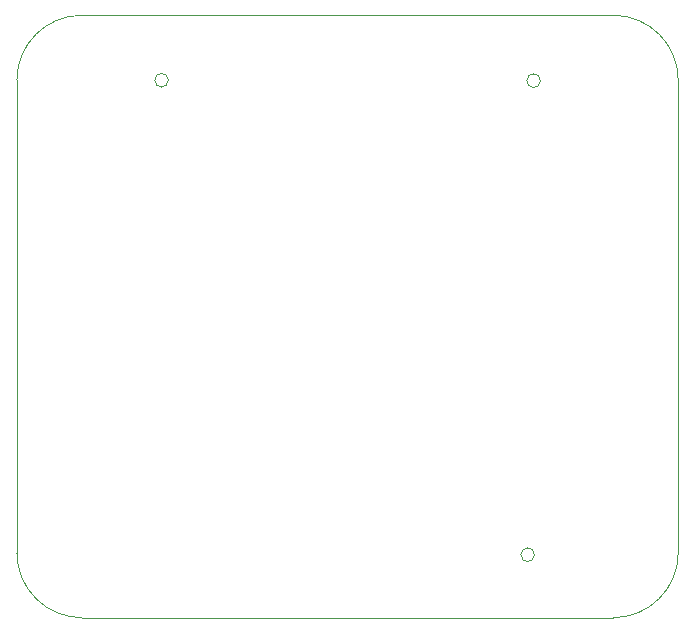
<source format=gm1>
%TF.GenerationSoftware,KiCad,Pcbnew,9.0.1*%
%TF.CreationDate,2025-04-24T11:34:15-03:00*%
%TF.ProjectId,STM32_USB_Buck_Converter,53544d33-325f-4555-9342-5f4275636b5f,rev?*%
%TF.SameCoordinates,Original*%
%TF.FileFunction,Profile,NP*%
%FSLAX46Y46*%
G04 Gerber Fmt 4.6, Leading zero omitted, Abs format (unit mm)*
G04 Created by KiCad (PCBNEW 9.0.1) date 2025-04-24 11:34:15*
%MOMM*%
%LPD*%
G01*
G04 APERTURE LIST*
%TA.AperFunction,Profile*%
%ADD10C,0.050000*%
%TD*%
G04 APERTURE END LIST*
D10*
X149076000Y-116674000D02*
G75*
G02*
X147924000Y-116674000I-576000J0D01*
G01*
X147924000Y-116674000D02*
G75*
G02*
X149076000Y-116674000I576000J0D01*
G01*
X149576000Y-76537500D02*
G75*
G02*
X148424000Y-76537500I-576000J0D01*
G01*
X148424000Y-76537500D02*
G75*
G02*
X149576000Y-76537500I576000J0D01*
G01*
X118076000Y-76500000D02*
G75*
G02*
X116924000Y-76500000I-576000J0D01*
G01*
X116924000Y-76500000D02*
G75*
G02*
X118076000Y-76500000I576000J0D01*
G01*
X105250000Y-76500000D02*
G75*
G02*
X110750000Y-71000000I5500000J0D01*
G01*
X105250000Y-116500000D02*
X105250000Y-76500000D01*
X110750000Y-122000000D02*
G75*
G02*
X105250000Y-116500000I0J5500000D01*
G01*
X155750000Y-122000000D02*
X110750000Y-122000000D01*
X161250000Y-116500000D02*
G75*
G02*
X155750000Y-122000000I-5500000J0D01*
G01*
X155750000Y-71000000D02*
X110750000Y-71000000D01*
X161250000Y-76500000D02*
X161250000Y-116500000D01*
X155750000Y-71000000D02*
G75*
G02*
X161250000Y-76500000I0J-5500000D01*
G01*
M02*

</source>
